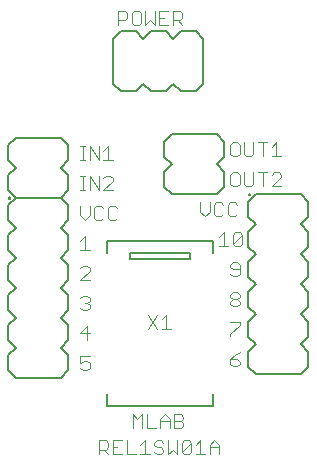
<source format=gbr>
G75*
G70*
%OFA0B0*%
%FSLAX24Y24*%
%IPPOS*%
%LPD*%
%AMOC8*
5,1,8,0,0,1.08239X$1,22.5*
%
%ADD10C,0.0040*%
%ADD11C,0.0050*%
%ADD12C,0.0060*%
D10*
X003575Y005089D02*
X003652Y005013D01*
X003805Y005013D01*
X003882Y005089D01*
X003882Y005243D01*
X003805Y005319D01*
X003728Y005319D01*
X003575Y005243D01*
X003575Y005473D01*
X003882Y005473D01*
X003805Y006013D02*
X003805Y006473D01*
X003575Y006243D01*
X003882Y006243D01*
X003805Y007013D02*
X003652Y007013D01*
X003575Y007089D01*
X003728Y007243D02*
X003805Y007243D01*
X003882Y007166D01*
X003882Y007089D01*
X003805Y007013D01*
X003805Y007243D02*
X003882Y007319D01*
X003882Y007396D01*
X003805Y007473D01*
X003652Y007473D01*
X003575Y007396D01*
X003575Y008013D02*
X003882Y008319D01*
X003882Y008396D01*
X003805Y008473D01*
X003652Y008473D01*
X003575Y008396D01*
X003575Y008013D02*
X003882Y008013D01*
X003882Y009013D02*
X003575Y009013D01*
X003728Y009013D02*
X003728Y009473D01*
X003575Y009319D01*
X003728Y010013D02*
X003575Y010166D01*
X003575Y010473D01*
X003882Y010473D02*
X003882Y010166D01*
X003728Y010013D01*
X004035Y010089D02*
X004035Y010396D01*
X004112Y010473D01*
X004266Y010473D01*
X004342Y010396D01*
X004496Y010396D02*
X004496Y010089D01*
X004573Y010013D01*
X004726Y010013D01*
X004803Y010089D01*
X004803Y010396D02*
X004726Y010473D01*
X004573Y010473D01*
X004496Y010396D01*
X004342Y010089D02*
X004266Y010013D01*
X004112Y010013D01*
X004035Y010089D01*
X003882Y011013D02*
X003882Y011473D01*
X004189Y011013D01*
X004189Y011473D01*
X004342Y011396D02*
X004419Y011473D01*
X004573Y011473D01*
X004649Y011396D01*
X004649Y011319D01*
X004342Y011013D01*
X004649Y011013D01*
X004649Y012013D02*
X004342Y012013D01*
X004189Y012013D02*
X004189Y012473D01*
X004342Y012319D02*
X004496Y012473D01*
X004496Y012013D01*
X004189Y012013D02*
X003882Y012473D01*
X003882Y012013D01*
X003728Y012013D02*
X003575Y012013D01*
X003652Y012013D02*
X003652Y012473D01*
X003728Y012473D02*
X003575Y012473D01*
X003575Y011473D02*
X003728Y011473D01*
X003652Y011473D02*
X003652Y011013D01*
X003728Y011013D02*
X003575Y011013D01*
X005825Y006848D02*
X006132Y006388D01*
X006285Y006388D02*
X006592Y006388D01*
X006439Y006388D02*
X006439Y006848D01*
X006285Y006694D01*
X006132Y006848D02*
X005825Y006388D01*
X005785Y003535D02*
X005785Y003075D01*
X006092Y003075D01*
X006246Y003075D02*
X006246Y003382D01*
X006399Y003535D01*
X006553Y003382D01*
X006553Y003075D01*
X006706Y003075D02*
X006706Y003535D01*
X006936Y003535D01*
X007013Y003459D01*
X007013Y003382D01*
X006936Y003305D01*
X006706Y003305D01*
X006553Y003305D02*
X006246Y003305D01*
X006272Y002660D02*
X006118Y002660D01*
X006042Y002584D01*
X006042Y002507D01*
X006118Y002430D01*
X006272Y002430D01*
X006348Y002353D01*
X006348Y002277D01*
X006272Y002200D01*
X006118Y002200D01*
X006042Y002277D01*
X005888Y002200D02*
X005581Y002200D01*
X005428Y002200D02*
X005121Y002200D01*
X005121Y002660D01*
X004967Y002660D02*
X004660Y002660D01*
X004660Y002200D01*
X004967Y002200D01*
X004814Y002430D02*
X004660Y002430D01*
X004507Y002430D02*
X004430Y002353D01*
X004200Y002353D01*
X004200Y002200D02*
X004200Y002660D01*
X004430Y002660D01*
X004507Y002584D01*
X004507Y002430D01*
X004353Y002353D02*
X004507Y002200D01*
X005325Y003075D02*
X005325Y003535D01*
X005478Y003382D01*
X005632Y003535D01*
X005632Y003075D01*
X005735Y002660D02*
X005735Y002200D01*
X005581Y002507D02*
X005735Y002660D01*
X006272Y002660D02*
X006348Y002584D01*
X006502Y002660D02*
X006502Y002200D01*
X006655Y002353D01*
X006809Y002200D01*
X006809Y002660D01*
X006962Y002584D02*
X007039Y002660D01*
X007193Y002660D01*
X007269Y002584D01*
X006962Y002277D01*
X007039Y002200D01*
X007193Y002200D01*
X007269Y002277D01*
X007269Y002584D01*
X007423Y002507D02*
X007576Y002660D01*
X007576Y002200D01*
X007423Y002200D02*
X007730Y002200D01*
X007883Y002200D02*
X007883Y002507D01*
X008037Y002660D01*
X008190Y002507D01*
X008190Y002200D01*
X008190Y002430D02*
X007883Y002430D01*
X006962Y002277D02*
X006962Y002584D01*
X006936Y003075D02*
X006706Y003075D01*
X006936Y003075D02*
X007013Y003152D01*
X007013Y003228D01*
X006936Y003305D01*
X008652Y005138D02*
X008575Y005214D01*
X008575Y005368D01*
X008805Y005368D01*
X008882Y005291D01*
X008882Y005214D01*
X008805Y005138D01*
X008652Y005138D01*
X008575Y005368D02*
X008728Y005521D01*
X008882Y005598D01*
X008575Y006138D02*
X008575Y006214D01*
X008882Y006521D01*
X008882Y006598D01*
X008575Y006598D01*
X008652Y007138D02*
X008575Y007214D01*
X008575Y007291D01*
X008652Y007368D01*
X008805Y007368D01*
X008882Y007291D01*
X008882Y007214D01*
X008805Y007138D01*
X008652Y007138D01*
X008652Y007368D02*
X008575Y007444D01*
X008575Y007521D01*
X008652Y007598D01*
X008805Y007598D01*
X008882Y007521D01*
X008882Y007444D01*
X008805Y007368D01*
X008805Y008138D02*
X008882Y008214D01*
X008882Y008521D01*
X008805Y008598D01*
X008652Y008598D01*
X008575Y008521D01*
X008575Y008444D01*
X008652Y008368D01*
X008882Y008368D01*
X008805Y008138D02*
X008652Y008138D01*
X008575Y008214D01*
X008507Y009138D02*
X008200Y009138D01*
X008353Y009138D02*
X008353Y009598D01*
X008200Y009444D01*
X008266Y010138D02*
X008112Y010138D01*
X008035Y010214D01*
X008035Y010521D01*
X008112Y010598D01*
X008266Y010598D01*
X008342Y010521D01*
X008496Y010521D02*
X008496Y010214D01*
X008573Y010138D01*
X008726Y010138D01*
X008803Y010214D01*
X008803Y010521D02*
X008726Y010598D01*
X008573Y010598D01*
X008496Y010521D01*
X008342Y010214D02*
X008266Y010138D01*
X007882Y010291D02*
X007882Y010598D01*
X007882Y010291D02*
X007728Y010138D01*
X007575Y010291D01*
X007575Y010598D01*
X008575Y011214D02*
X008652Y011138D01*
X008805Y011138D01*
X008882Y011214D01*
X008882Y011521D01*
X008805Y011598D01*
X008652Y011598D01*
X008575Y011521D01*
X008575Y011214D01*
X009035Y011214D02*
X009112Y011138D01*
X009266Y011138D01*
X009342Y011214D01*
X009342Y011598D01*
X009496Y011598D02*
X009803Y011598D01*
X009649Y011598D02*
X009649Y011138D01*
X009956Y011138D02*
X010263Y011444D01*
X010263Y011521D01*
X010186Y011598D01*
X010033Y011598D01*
X009956Y011521D01*
X009956Y011138D02*
X010263Y011138D01*
X010263Y012138D02*
X009956Y012138D01*
X010110Y012138D02*
X010110Y012598D01*
X009956Y012444D01*
X009803Y012598D02*
X009496Y012598D01*
X009649Y012598D02*
X009649Y012138D01*
X009342Y012214D02*
X009342Y012598D01*
X009035Y012598D02*
X009035Y012214D01*
X009112Y012138D01*
X009266Y012138D01*
X009342Y012214D01*
X009035Y011598D02*
X009035Y011214D01*
X008805Y012138D02*
X008882Y012214D01*
X008882Y012521D01*
X008805Y012598D01*
X008652Y012598D01*
X008575Y012521D01*
X008575Y012214D01*
X008652Y012138D01*
X008805Y012138D01*
X008737Y009598D02*
X008891Y009598D01*
X008967Y009521D01*
X008660Y009214D01*
X008737Y009138D01*
X008891Y009138D01*
X008967Y009214D01*
X008967Y009521D01*
X008737Y009598D02*
X008660Y009521D01*
X008660Y009214D01*
X006973Y016513D02*
X006820Y016666D01*
X006897Y016666D02*
X006667Y016666D01*
X006667Y016513D02*
X006667Y016973D01*
X006897Y016973D01*
X006973Y016896D01*
X006973Y016743D01*
X006897Y016666D01*
X006513Y016513D02*
X006206Y016513D01*
X006206Y016973D01*
X006513Y016973D01*
X006360Y016743D02*
X006206Y016743D01*
X006053Y016513D02*
X006053Y016973D01*
X005746Y016973D02*
X005746Y016513D01*
X005899Y016666D01*
X006053Y016513D01*
X005592Y016589D02*
X005592Y016896D01*
X005516Y016973D01*
X005362Y016973D01*
X005285Y016896D01*
X005285Y016589D01*
X005362Y016513D01*
X005516Y016513D01*
X005592Y016589D01*
X005132Y016743D02*
X005055Y016666D01*
X004825Y016666D01*
X004825Y016513D02*
X004825Y016973D01*
X005055Y016973D01*
X005132Y016896D01*
X005132Y016743D01*
D11*
X009188Y010868D02*
X009190Y010877D01*
X009195Y010884D01*
X009203Y010889D01*
X009212Y010890D01*
X009221Y010887D01*
X009228Y010881D01*
X009232Y010873D01*
X009232Y010863D01*
X009228Y010855D01*
X009221Y010849D01*
X009212Y010846D01*
X009203Y010847D01*
X009195Y010852D01*
X009190Y010859D01*
X009188Y010868D01*
X008014Y009311D02*
X008014Y008917D01*
X008014Y009311D02*
X004471Y009311D01*
X004471Y008917D01*
X005243Y008917D02*
X005243Y008720D01*
X007243Y008720D01*
X007243Y008917D01*
X005243Y008917D01*
X004471Y004193D02*
X004471Y003799D01*
X008014Y003799D01*
X008014Y004193D01*
X001188Y010743D02*
X001190Y010752D01*
X001195Y010759D01*
X001203Y010764D01*
X001212Y010765D01*
X001221Y010762D01*
X001228Y010756D01*
X001232Y010748D01*
X001232Y010738D01*
X001228Y010730D01*
X001221Y010724D01*
X001212Y010721D01*
X001203Y010722D01*
X001195Y010727D01*
X001190Y010734D01*
X001188Y010743D01*
D12*
X001180Y004993D02*
X001430Y004743D01*
X002930Y004743D01*
X003180Y004993D01*
X003180Y005493D01*
X002930Y005743D01*
X003180Y005993D01*
X003180Y006493D01*
X002930Y006743D01*
X003180Y006993D01*
X003180Y007493D01*
X002930Y007743D01*
X003180Y007993D01*
X003180Y008493D01*
X002930Y008743D01*
X003180Y008993D01*
X003180Y009493D01*
X002930Y009743D01*
X003180Y009993D01*
X003180Y010493D01*
X002930Y010743D01*
X001430Y010743D01*
X001180Y010493D01*
X001180Y009993D01*
X001430Y009743D01*
X001180Y009493D01*
X001180Y008993D01*
X001430Y008743D01*
X001180Y008493D01*
X001180Y007993D01*
X001430Y007743D01*
X001180Y007493D01*
X001180Y006993D01*
X001430Y006743D01*
X001180Y006493D01*
X001180Y005993D01*
X001430Y005743D01*
X001180Y005493D01*
X001180Y004993D01*
X001430Y010743D02*
X002930Y010743D01*
X003180Y010993D01*
X003180Y011493D01*
X002930Y011743D01*
X003180Y011993D01*
X003180Y012493D01*
X002930Y012743D01*
X001430Y012743D01*
X001180Y012493D01*
X001180Y011993D01*
X001430Y011743D01*
X001180Y011493D01*
X001180Y010993D01*
X001430Y010743D01*
X004930Y014305D02*
X004680Y014555D01*
X004680Y016055D01*
X004930Y016305D01*
X005430Y016305D01*
X005680Y016055D01*
X005930Y016305D01*
X006430Y016305D01*
X006680Y016055D01*
X006930Y016305D01*
X007430Y016305D01*
X007680Y016055D01*
X007680Y014555D01*
X007430Y014305D01*
X006930Y014305D01*
X006680Y014555D01*
X006430Y014305D01*
X005930Y014305D01*
X005680Y014555D01*
X005430Y014305D01*
X004930Y014305D01*
X006368Y012618D02*
X006368Y012118D01*
X006618Y011868D01*
X006368Y011618D01*
X006368Y011118D01*
X006618Y010868D01*
X008118Y010868D01*
X008368Y011118D01*
X008368Y011618D01*
X008118Y011868D01*
X008368Y012118D01*
X008368Y012618D01*
X008118Y012868D01*
X006618Y012868D01*
X006368Y012618D01*
X009180Y010618D02*
X009180Y010118D01*
X009430Y009868D01*
X009180Y009618D01*
X009180Y009118D01*
X009430Y008868D01*
X009180Y008618D01*
X009180Y008118D01*
X009430Y007868D01*
X009180Y007618D01*
X009180Y007118D01*
X009430Y006868D01*
X009180Y006618D01*
X009180Y006118D01*
X009430Y005868D01*
X009180Y005618D01*
X009180Y005118D01*
X009430Y004868D01*
X010930Y004868D01*
X011180Y005118D01*
X011180Y005618D01*
X010930Y005868D01*
X011180Y006118D01*
X011180Y006618D01*
X010930Y006868D01*
X011180Y007118D01*
X011180Y007618D01*
X010930Y007868D01*
X011180Y008118D01*
X011180Y008618D01*
X010930Y008868D01*
X011180Y009118D01*
X011180Y009618D01*
X010930Y009868D01*
X011180Y010118D01*
X011180Y010618D01*
X010930Y010868D01*
X009430Y010868D01*
X009180Y010618D01*
M02*

</source>
